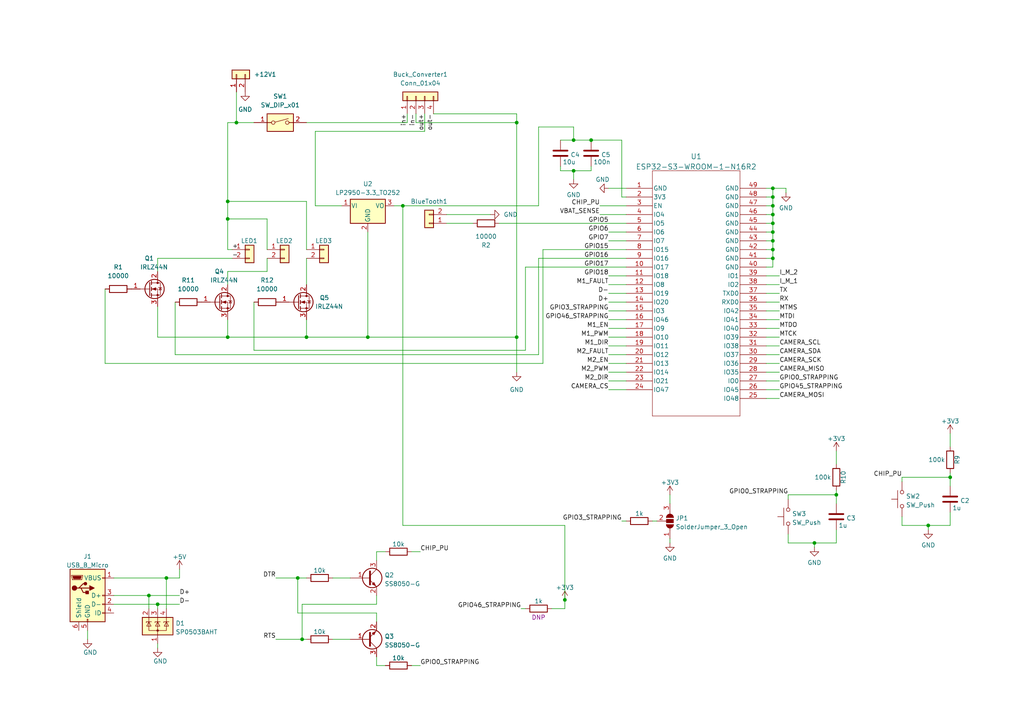
<source format=kicad_sch>
(kicad_sch (version 20230121) (generator eeschema)
  (paper "A4")
  (lib_symbols
    (symbol "Connector:USB_B_Micro" (pin_names (offset 1.016))
      (property "Reference" "J" (at -5.08 11.43 0))
      (property "Value" "USB_B_Micro" (at -5.08 8.89 0))
      (symbol "USB_B_Micro_0_1"
        (rectangle (start -5.08 -7.62) (end 5.08 7.62) (stroke (width 0.254)) (fill (type background)))
        (circle (center -3.81 2.159) (radius 0.635) (stroke (width 0.254)) (fill (type outline)))
        (circle (center -0.635 3.429) (radius 0.381) (stroke (width 0.254)) (fill (type outline)))
        (rectangle (start -0.127 -7.62) (end 0.127 -6.858))
        (polyline (pts (xy -1.905 2.159) (xy 0.635 2.159)) (stroke (width 0.254)))
        (polyline (pts (xy -3.175 2.159) (xy -2.54 2.159) (xy -1.27 3.429) (xy -0.635 3.429)) (stroke (width 0.254)))
        (polyline (pts (xy -2.54 2.159) (xy -1.905 2.159) (xy -1.27 0.889) (xy 0 0.889)) (stroke (width 0.254)))
        (polyline (pts (xy 0.635 2.794) (xy 0.635 1.524) (xy 1.905 2.159) (xy 0.635 2.794)) (stroke (width 0.254)) (fill (type outline)))
        (polyline (pts (xy -4.318 5.588) (xy -1.778 5.588) (xy -2.032 4.826) (xy -4.064 4.826) (xy -4.318 5.588)) (fill (type outline)))
        (polyline (pts (xy -4.699 5.842) (xy -4.699 5.588) (xy -4.445 4.826) (xy -4.445 4.572) (xy -1.651 4.572) (xy -1.651 4.826) (xy -1.397 5.588) (xy -1.397 5.842) (xy -4.699 5.842)))
        (rectangle (start 0.254 1.27) (end -0.508 0.508) (stroke (width 0.254)) (fill (type outline)))
        (rectangle (start 5.08 -5.207) (end 4.318 -4.953))
        (rectangle (start 5.08 -2.667) (end 4.318 -2.413))
        (rectangle (start 5.08 -0.127) (end 4.318 0.127))
        (rectangle (start 5.08 4.953) (end 4.318 5.207))
      )
      (symbol "USB_B_Micro_1_1"
        (pin power_out line (at 7.62 5.08 180) (length 2.54) (name "VBUS") (number "1"))
        (pin bidirectional line (at 7.62 -2.54 180) (length 2.54) (name "D-") (number "2"))
        (pin bidirectional line (at 7.62 0 180) (length 2.54) (name "D+") (number "3"))
        (pin passive line (at 7.62 -5.08 180) (length 2.54) (name "ID") (number "4"))
        (pin power_out line (at 0 -10.16 90) (length 2.54) (name "GND") (number "5"))
        (pin passive line (at -2.54 -10.16 90) (length 2.54) (name "Shield") (number "6"))
      )
    )
    (symbol "Connector_Generic:Conn_01x02" (pin_names (offset 1.016) hide)
      (property "Reference" "J" (at 0 2.54 0))
      (property "Value" "Conn_01x02" (at 0 -5.08 0))
      (symbol "Conn_01x02_1_1"
        (rectangle (start -1.27 -2.413) (end 0 -2.667) (stroke (width 0.1524)))
        (rectangle (start -1.27 0.127) (end 0 -0.127) (stroke (width 0.1524)))
        (rectangle (start -1.27 1.27) (end 1.27 -3.81) (stroke (width 0.254)) (fill (type background)))
        (pin passive line (at -5.08 0 0) (length 3.81) (name "Pin_1") (number "1"))
        (pin passive line (at -5.08 -2.54 0) (length 3.81) (name "Pin_2") (number "2"))
      )
    )
    (symbol "Connector_Generic:Conn_01x04" (pin_names (offset 1.016) hide)
      (property "Reference" "J" (at 0 5.08 0))
      (property "Value" "Conn_01x04" (at 0 -7.62 0))
      (symbol "Conn_01x04_1_1"
        (rectangle (start -1.27 -4.953) (end 0 -5.207) (stroke (width 0.1524)))
        (rectangle (start -1.27 -2.413) (end 0 -2.667) (stroke (width 0.1524)))
        (rectangle (start -1.27 0.127) (end 0 -0.127) (stroke (width 0.1524)))
        (rectangle (start -1.27 2.667) (end 0 2.413) (stroke (width 0.1524)))
        (rectangle (start -1.27 3.81) (end 1.27 -6.35) (stroke (width 0.254)) (fill (type background)))
        (pin passive line (at -5.08 2.54 0) (length 3.81) (name "Pin_1") (number "1"))
        (pin passive line (at -5.08 0 0) (length 3.81) (name "Pin_2") (number "2"))
        (pin passive line (at -5.08 -2.54 0) (length 3.81) (name "Pin_3") (number "3"))
        (pin passive line (at -5.08 -5.08 0) (length 3.81) (name "Pin_4") (number "4"))
      )
    )
    (symbol "Device:Q_NPN_BEC" (pin_names (offset 0) hide)
      (property "Reference" "Q" (at 5.08 1.27 0))
      (property "Value" "Q_NPN_BEC" (at 5.08 -1.27 0))
      (symbol "Q_NPN_BEC_0_1"
        (polyline (pts (xy 0.635 0.635) (xy 2.54 2.54)))
        (polyline (pts (xy 0.635 -0.635) (xy 2.54 -2.54) (xy 2.54 -2.54)))
        (polyline (pts (xy 0.635 1.905) (xy 0.635 -1.905) (xy 0.635 -1.905)) (stroke (width 0.508)))
        (polyline (pts (xy 1.27 -1.778) (xy 1.778 -1.27) (xy 2.286 -2.286) (xy 1.27 -1.778) (xy 1.27 -1.778)) (fill (type outline)))
        (circle (center 1.27 0) (radius 2.8194) (stroke (width 0.254)))
      )
      (symbol "Q_NPN_BEC_1_1"
        (pin input line (at -5.08 0 0) (length 5.715) (name "B") (number "1"))
        (pin passive line (at 2.54 -5.08 90) (length 2.54) (name "E") (number "2"))
        (pin passive line (at 2.54 5.08 270) (length 2.54) (name "C") (number "3"))
      )
    )
    (symbol "Device:R" (pin_numbers hide) (pin_names (offset 0))
      (property "Reference" "R" (at 2.032 0 90))
      (property "Value" "R" (at 0 0 90))
      (symbol "R_0_1"
        (rectangle (start -1.016 -2.54) (end 1.016 2.54) (stroke (width 0.254)))
      )
      (symbol "R_1_1"
        (pin passive line (at 0 3.81 270) (length 1.27) (name "~") (number "1"))
        (pin passive line (at 0 -3.81 90) (length 1.27) (name "~") (number "2"))
      )
    )
    (symbol "Jumper:SolderJumper_3_Open" (pin_names (offset 0) hide)
      (property "Reference" "JP" (at -2.54 -2.54 0))
      (property "Value" "SolderJumper_3_Open" (at 0 2.794 0))
      (symbol "SolderJumper_3_Open_0_1"
        (arc (start -1.016 1.016) (mid -2.0276 0) (end -1.016 -1.016))
        (arc (start -1.016 1.016) (mid -2.0276 0) (end -1.016 -1.016) (fill (type outline)))
        (rectangle (start -0.508 1.016) (end 0.508 -1.016) (fill (type outline)))
        (polyline (pts (xy -2.54 0) (xy -2.032 0)))
        (polyline (pts (xy -1.016 1.016) (xy -1.016 -1.016)))
        (polyline (pts (xy 0 -1.27) (xy 0 -1.016)))
        (polyline (pts (xy 1.016 1.016) (xy 1.016 -1.016)))
        (polyline (pts (xy 2.54 0) (xy 2.032 0)))
        (arc (start 1.016 -1.016) (mid 2.0276 0) (end 1.016 1.016))
        (arc (start 1.016 -1.016) (mid 2.0276 0) (end 1.016 1.016) (fill (type outline)))
      )
      (symbol "SolderJumper_3_Open_1_1"
        (pin passive line (at -5.08 0 0) (length 2.54) (name "A") (number "1"))
        (pin passive line (at 0 -3.81 90) (length 2.54) (name "C") (number "2"))
        (pin passive line (at 5.08 0 180) (length 2.54) (name "B") (number "3"))
      )
    )
    (symbol "Power_Protection:SP0503BAHT" (pin_names hide)
      (property "Reference" "D" (at 5.715 2.54 0))
      (property "Value" "SP0503BAHT" (at 5.715 0.635 0))
      (symbol "SP0503BAHT_0_0"
        (pin passive line (at 0 -5.08 90) (length 2.54) (name "A") (number "1"))
      )
      (symbol "SP0503BAHT_0_1"
        (rectangle (start -4.445 2.54) (end 4.445 -2.54) (stroke (width 0.254)) (fill (type background)))
        (circle (center 0 -1.27) (radius 0.254) (fill (type outline)))
        (polyline (pts (xy -2.54 2.54) (xy -2.54 1.27)))
        (polyline (pts (xy 0 -1.27) (xy 0 -2.54)))
        (polyline (pts (xy 0 -1.27) (xy 0 1.27)))
        (polyline (pts (xy 0 2.54) (xy 0 1.27)))
        (polyline (pts (xy 0.635 1.27) (xy 0.762 1.27)))
        (polyline (pts (xy 2.54 2.54) (xy 2.54 1.27)))
        (polyline (pts (xy 0.635 1.27) (xy -0.762 1.27) (xy -0.762 1.016)))
        (polyline (pts (xy -3.302 1.016) (xy -3.302 1.27) (xy -1.905 1.27) (xy -1.778 1.27)))
        (polyline (pts (xy -2.54 1.27) (xy -2.54 -1.27) (xy 2.54 -1.27) (xy 2.54 1.27)))
        (polyline (pts (xy -2.54 1.27) (xy -1.905 0) (xy -3.175 0) (xy -2.54 1.27)))
        (polyline (pts (xy 0.635 0) (xy -0.635 0) (xy 0 1.27) (xy 0.635 0)))
        (polyline (pts (xy 1.778 1.016) (xy 1.778 1.27) (xy 3.175 1.27) (xy 3.302 1.27)))
        (polyline (pts (xy 2.54 1.27) (xy 1.905 0) (xy 3.175 0) (xy 2.54 1.27)))
      )
      (symbol "SP0503BAHT_1_1"
        (pin passive line (at -2.54 5.08 270) (length 2.54) (name "K") (number "2"))
        (pin passive line (at 0 5.08 270) (length 2.54) (name "K") (number "3"))
        (pin passive line (at 2.54 5.08 270) (length 2.54) (name "K") (number "4"))
      )
    )
    (symbol "Regulator_Linear:LP2950-3.3_TO252" (pin_names (offset 0.254))
      (property "Reference" "U" (at -3.81 3.175 0))
      (property "Value" "LP2950-3.3_TO252" (at 0 3.175 0))
      (symbol "LP2950-3.3_TO252_0_1"
        (rectangle (start -5.08 1.905) (end 5.08 -5.08) (stroke (width 0.254)) (fill (type background)))
      )
      (symbol "LP2950-3.3_TO252_1_1"
        (pin power_in line (at -7.62 0 0) (length 2.54) (name "VI") (number "1"))
        (pin power_in line (at 0 -7.62 90) (length 2.54) (name "GND") (number "2"))
        (pin power_out line (at 7.62 0 180) (length 2.54) (name "VO") (number "3"))
      )
    )
    (symbol "Switch:SW_DIP_x01" (pin_names (offset 0) hide)
      (property "Reference" "SW" (at 0 3.81 0))
      (property "Value" "SW_DIP_x01" (at 0 -3.81 0))
      (symbol "SW_DIP_x01_0_0"
        (circle (center -2.032 0) (radius 0.508))
        (polyline (pts (xy -1.524 0.127) (xy 2.3622 1.1684)))
        (circle (center 2.032 0) (radius 0.508))
      )
      (symbol "SW_DIP_x01_0_1"
        (rectangle (start -3.81 2.54) (end 3.81 -2.54) (stroke (width 0.254)) (fill (type background)))
      )
      (symbol "SW_DIP_x01_1_1"
        (pin passive line (at -7.62 0 0) (length 5.08) (name "~") (number "1"))
        (pin passive line (at 7.62 0 180) (length 5.08) (name "~") (number "2"))
      )
    )
    (symbol "Switch:SW_Push" (pin_numbers hide) (pin_names (offset 1.016) hide)
      (property "Reference" "SW" (at 1.27 2.54 0))
      (property "Value" "SW_Push" (at 0 -1.524 0))
      (symbol "SW_Push_0_1"
        (circle (center -2.032 0) (radius 0.508))
        (polyline (pts (xy 0 1.27) (xy 0 3.048)))
        (polyline (pts (xy 2.54 1.27) (xy -2.54 1.27)))
        (circle (center 2.032 0) (radius 0.508))
        (pin passive line (at -5.08 0 0) (length 2.54) (name "1") (number "1"))
        (pin passive line (at 5.08 0 180) (length 2.54) (name "2") (number "2"))
      )
    )
    (symbol "Transistor_FET:IRLZ44N" (pin_names hide)
      (property "Reference" "Q" (at 5.08 1.905 0))
      (property "Value" "IRLZ44N" (at 5.08 0 0))
      (symbol "IRLZ44N_0_1"
        (polyline (pts (xy 0.254 0) (xy -2.54 0)))
        (polyline (pts (xy 0.254 1.905) (xy 0.254 -1.905)) (stroke (width 0.254)))
        (polyline (pts (xy 0.762 -1.27) (xy 0.762 -2.286)) (stroke (width 0.254)))
        (polyline (pts (xy 0.762 0.508) (xy 0.762 -0.508)) (stroke (width 0.254)))
        (polyline (pts (xy 0.762 2.286) (xy 0.762 1.27)) (stroke (width 0.254)))
        (polyline (pts (xy 2.54 2.54) (xy 2.54 1.778)))
        (polyline (pts (xy 2.54 -2.54) (xy 2.54 0) (xy 0.762 0)))
        (polyline (pts (xy 0.762 -1.778) (xy 3.302 -1.778) (xy 3.302 1.778) (xy 0.762 1.778)))
        (polyline (pts (xy 1.016 0) (xy 2.032 0.381) (xy 2.032 -0.381) (xy 1.016 0)) (fill (type outline)))
        (polyline (pts (xy 2.794 0.508) (xy 2.921 0.381) (xy 3.683 0.381) (xy 3.81 0.254)))
        (polyline (pts (xy 3.302 0.381) (xy 2.921 -0.254) (xy 3.683 -0.254) (xy 3.302 0.381)))
        (circle (center 1.651 0) (radius 2.794) (stroke (width 0.254)))
        (circle (center 2.54 -1.778) (radius 0.254) (fill (type outline)))
        (circle (center 2.54 1.778) (radius 0.254) (fill (type outline)))
      )
      (symbol "IRLZ44N_1_1"
        (pin input line (at -5.08 0 0) (length 2.54) (name "G") (number "1"))
        (pin passive line (at 2.54 5.08 270) (length 2.54) (name "D") (number "2"))
        (pin passive line (at 2.54 -5.08 90) (length 2.54) (name "S") (number "3"))
      )
    )
    (symbol "basic:C" (pin_numbers hide) (pin_names (offset 0.254))
      (property "Reference" "C" (at 0.635 2.54 0))
      (symbol "C_0_1"
        (polyline (pts (xy -2.032 -0.762) (xy 2.032 -0.762)) (stroke (width 0.508)))
        (polyline (pts (xy -2.032 0.762) (xy 2.032 0.762)) (stroke (width 0.508)))
      )
      (symbol "C_1_1"
        (pin passive line (at 0 3.81 270) (length 2.794) (name "~") (number "1"))
        (pin passive line (at 0 -3.81 90) (length 2.794) (name "~") (number "2"))
      )
    )
    (symbol "basic:R" (pin_numbers hide) (pin_names (offset 0))
      (property "Value" "R" (at 0 0 90))
      (symbol "R_0_1"
        (rectangle (start -1.016 -2.54) (end 1.016 2.54) (stroke (width 0.254)))
      )
      (symbol "R_1_1"
        (pin passive line (at 0 3.81 270) (length 1.27) (name "~") (number "1"))
        (pin passive line (at 0 -3.81 90) (length 1.27) (name "~") (number "2"))
      )
    )
    (symbol "local_symbols:ESP32-S3-WROOM-1-N16R2" (pin_names (offset 0.254))
      (property "Reference" "U" (at 20.32 10.16 0))
      (property "Value" "ESP32-S3-WROOM-1-N16R2" (at 20.32 7.62 0))
      (symbol "ESP32-S3-WROOM-1-N16R2_0_1"
        (polyline (pts (xy 7.62 -66.04) (xy 33.02 -66.04)) (stroke (width 0.127)))
        (polyline (pts (xy 7.62 5.08) (xy 7.62 -66.04)) (stroke (width 0.127)))
        (polyline (pts (xy 33.02 -66.04) (xy 33.02 5.08)) (stroke (width 0.127)))
        (polyline (pts (xy 33.02 5.08) (xy 7.62 5.08)) (stroke (width 0.127)))
        (pin power_out line (at 0 0 0) (length 7.62) (name "GND") (number "1"))
        (pin bidirectional line (at 0 -22.86 0) (length 7.62) (name "IO17") (number "10"))
        (pin bidirectional line (at 0 -25.4 0) (length 7.62) (name "IO18") (number "11"))
        (pin bidirectional line (at 0 -27.94 0) (length 7.62) (name "IO8") (number "12"))
        (pin bidirectional line (at 0 -30.48 0) (length 7.62) (name "IO19") (number "13"))
        (pin bidirectional line (at 0 -33.02 0) (length 7.62) (name "IO20") (number "14"))
        (pin bidirectional line (at 0 -35.56 0) (length 7.62) (name "IO3") (number "15"))
        (pin bidirectional line (at 0 -38.1 0) (length 7.62) (name "IO46") (number "16"))
        (pin bidirectional line (at 0 -40.64 0) (length 7.62) (name "IO9") (number "17"))
        (pin bidirectional line (at 0 -43.18 0) (length 7.62) (name "IO10") (number "18"))
        (pin bidirectional line (at 0 -45.72 0) (length 7.62) (name "IO11") (number "19"))
        (pin power_in line (at 0 -2.54 0) (length 7.62) (name "3V3") (number "2"))
        (pin bidirectional line (at 0 -48.26 0) (length 7.62) (name "IO12") (number "20"))
        (pin bidirectional line (at 0 -50.8 0) (length 7.62) (name "IO13") (number "21"))
        (pin bidirectional line (at 0 -53.34 0) (length 7.62) (name "IO14") (number "22"))
        (pin bidirectional line (at 0 -55.88 0) (length 7.62) (name "IO21") (number "23"))
        (pin bidirectional line (at 0 -58.42 0) (length 7.62) (name "IO47") (number "24"))
        (pin bidirectional line (at 40.64 -60.96 180) (length 7.62) (name "IO48") (number "25"))
        (pin bidirectional line (at 40.64 -58.42 180) (length 7.62) (name "IO45") (number "26"))
        (pin bidirectional line (at 40.64 -55.88 180) (length 7.62) (name "IO0") (number "27"))
        (pin bidirectional line (at 40.64 -53.34 180) (length 7.62) (name "IO35") (number "28"))
        (pin bidirectional line (at 40.64 -50.8 180) (length 7.62) (name "IO36") (number "29"))
        (pin input line (at 0 -5.08 0) (length 7.62) (name "EN") (number "3"))
        (pin bidirectional line (at 40.64 -48.26 180) (length 7.62) (name "IO37") (number "30"))
        (pin bidirectional line (at 40.64 -45.72 180) (length 7.62) (name "IO38") (number "31"))
        (pin bidirectional line (at 40.64 -43.18 180) (length 7.62) (name "IO39") (number "32"))
        (pin bidirectional line (at 40.64 -40.64 180) (length 7.62) (name "IO40") (number "33"))
        (pin bidirectional line (at 40.64 -38.1 180) (length 7.62) (name "IO41") (number "34"))
        (pin bidirectional line (at 40.64 -35.56 180) (length 7.62) (name "IO42") (number "35"))
        (pin bidirectional line (at 40.64 -33.02 180) (length 7.62) (name "RXD0") (number "36"))
        (pin bidirectional line (at 40.64 -30.48 180) (length 7.62) (name "TXD0") (number "37"))
        (pin bidirectional line (at 40.64 -27.94 180) (length 7.62) (name "IO2") (number "38"))
        (pin bidirectional line (at 40.64 -25.4 180) (length 7.62) (name "IO1") (number "39"))
        (pin bidirectional line (at 0 -7.62 0) (length 7.62) (name "IO4") (number "4"))
        (pin power_out line (at 40.64 -22.86 180) (length 7.62) (name "GND") (number "40"))
        (pin power_out line (at 40.64 -20.32 180) (length 7.62) (name "GND") (number "41"))
        (pin power_out line (at 40.64 -17.78 180) (length 7.62) (name "GND") (number "42"))
        (pin power_out line (at 40.64 -15.24 180) (length 7.62) (name "GND") (number "43"))
        (pin power_out line (at 40.64 -12.7 180) (length 7.62) (name "GND") (number "44"))
        (pin power_out line (at 40.64 -10.16 180) (length 7.62) (name "GND") (number "45"))
        (pin power_out line (at 40.64 -7.62 180) (length 7.62) (name "GND") (number "46"))
        (pin power_out line (at 40.64 -5.08 180) (length 7.62) (name "GND") (number "47"))
        (pin power_out line (at 40.64 -2.54 180) (length 7.62) (name "GND") (number "48"))
        (pin power_out line (at 40.64 0 180) (length 7.62) (name "GND") (number "49"))
        (pin bidirectional line (at 0 -10.16 0) (length 7.62) (name "IO5") (number "5"))
        (pin bidirectional line (at 0 -12.7 0) (length 7.62) (name "IO6") (number "6"))
        (pin bidirectional line (at 0 -15.24 0) (length 7.62) (name "IO7") (number "7"))
        (pin bidirectional line (at 0 -17.78 0) (length 7.62) (name "IO15") (number "8"))
        (pin bidirectional line (at 0 -20.32 0) (length 7.62) (name "IO16") (number "9"))
      )
    )
    (symbol "power:+3V3" (power) (pin_names (offset 0))
      (property "Value" "+3V3" (at 0 3.556 0))
      (symbol "+3V3_0_1"
        (polyline (pts (xy -0.762 1.27) (xy 0 2.54)))
        (polyline (pts (xy 0 0) (xy 0 2.54)))
        (polyline (pts (xy 0 2.54) (xy 0.762 1.27)))
      )
      (symbol "+3V3_1_1"
        (pin power_in line (at 0 0 90) (length 0) hide (name "+3V3") (number "1"))
      )
    )
    (symbol "power:+5V" (power) (pin_names (offset 0))
      (property "Value" "+5V" (at 0 3.556 0))
      (symbol "+5V_0_1"
        (polyline (pts (xy -0.762 1.27) (xy 0 2.54)))
        (polyline (pts (xy 0 0) (xy 0 2.54)))
        (polyline (pts (xy 0 2.54) (xy 0.762 1.27)))
      )
      (symbol "+5V_1_1"
        (pin power_in line (at 0 0 90) (length 0) hide (name "+5V") (number "1"))
      )
    )
    (symbol "power:GND" (power) (pin_names (offset 0))
      (property "Value" "GND" (at 0 -3.81 0))
      (symbol "GND_0_1"
        (polyline (pts (xy 0 0) (xy 0 -1.27) (xy 1.27 -1.27) (xy 0 -2.54) (xy -1.27 -1.27) (xy 0 -1.27)))
      )
      (symbol "GND_1_1"
        (pin power_in line (at 0 0 270) (length 0) hide (name "GND") (number "1"))
      )
    )
  )
  (junction (at 106.68 97.79))
  (junction (at 48.26 167.64))
  (junction (at 68.58 35.56))
  (junction (at 149.86 35.56))
  (junction (at 116.84 59.69))
  (junction (at 224.155 57.15))
  (junction (at 275.59 138.43))
  (junction (at 88.9 97.79))
  (junction (at 242.57 143.51))
  (junction (at 224.155 72.39))
  (junction (at 66.04 58.42))
  (junction (at 171.45 40.64))
  (junction (at 224.155 54.61))
  (junction (at 45.72 175.26))
  (junction (at 224.155 74.93))
  (junction (at 166.37 40.64))
  (junction (at 166.37 49.53))
  (junction (at 66.04 63.5))
  (junction (at 224.155 67.31))
  (junction (at 149.86 97.79))
  (junction (at 86.36 167.64))
  (junction (at 87.63 185.42))
  (junction (at 224.155 64.77))
  (junction (at 269.24 152.4))
  (junction (at 66.04 97.79))
  (junction (at 43.18 172.72))
  (junction (at 224.155 62.23))
  (junction (at 163.83 173.99))
  (junction (at 236.22 157.48))
  (junction (at 224.155 59.69))
  (junction (at 224.155 69.85))
  (wire (pts (xy 163.83 173.99) (xy 163.83 152.4)))
  (wire (pts (xy 222.25 97.79) (xy 226.06 97.79)))
  (wire (pts (xy 176.53 107.95) (xy 181.61 107.95)))
  (wire (pts (xy 106.68 97.79) (xy 149.86 97.79)))
  (wire (pts (xy 222.25 95.25) (xy 226.06 95.25)))
  (wire (pts (xy 25.4 182.88) (xy 25.4 185.42)))
  (wire (pts (xy 45.72 175.26) (xy 45.72 176.53)))
  (wire (pts (xy 176.53 102.87) (xy 181.61 102.87)))
  (wire (pts (xy 224.155 67.31) (xy 224.155 64.77)))
  (wire (pts (xy 162.56 48.26) (xy 162.56 49.53)))
  (wire (pts (xy 222.25 100.33) (xy 226.06 100.33)))
  (wire (pts (xy 106.68 67.31) (xy 106.68 97.79)))
  (wire (pts (xy 242.57 143.51) (xy 242.57 146.05)))
  (wire (pts (xy 261.62 138.43) (xy 275.59 138.43)))
  (wire (pts (xy 163.83 152.4) (xy 116.84 152.4)))
  (wire (pts (xy 224.155 74.93) (xy 224.155 72.39)))
  (wire (pts (xy 88.9 58.42) (xy 66.04 58.42)))
  (wire (pts (xy 33.02 175.26) (xy 45.72 175.26)))
  (wire (pts (xy 228.6 144.78) (xy 228.6 143.51)))
  (wire (pts (xy 149.86 107.95) (xy 149.86 97.79)))
  (wire (pts (xy 66.04 63.5) (xy 66.04 72.39)))
  (wire (pts (xy 261.62 149.86) (xy 261.62 152.4)))
  (wire (pts (xy 222.25 59.69) (xy 224.155 59.69)))
  (wire (pts (xy 73.66 101.6) (xy 152.4 101.6)))
  (wire (pts (xy 137.16 64.77) (xy 129.54 64.77)))
  (wire (pts (xy 33.02 167.64) (xy 48.26 167.64)))
  (wire (pts (xy 242.57 157.48) (xy 236.22 157.48)))
  (wire (pts (xy 222.25 64.77) (xy 224.155 64.77)))
  (wire (pts (xy 129.54 62.23) (xy 142.24 62.23)))
  (wire (pts (xy 45.72 74.93) (xy 67.31 74.93)))
  (wire (pts (xy 236.22 157.48) (xy 236.22 158.75)))
  (wire (pts (xy 88.9 35.56) (xy 118.11 35.56)))
  (wire (pts (xy 66.04 58.42) (xy 66.04 63.5)))
  (wire (pts (xy 109.22 175.26) (xy 87.63 175.26)))
  (wire (pts (xy 224.155 54.61) (xy 224.155 57.15)))
  (wire (pts (xy 50.8 102.87) (xy 156.21 102.87)))
  (wire (pts (xy 171.45 40.64) (xy 166.37 40.64)))
  (wire (pts (xy 77.47 72.39) (xy 77.47 63.5)))
  (wire (pts (xy 152.4 77.47) (xy 181.61 77.47)))
  (wire (pts (xy 91.44 38.1) (xy 123.19 38.1)))
  (wire (pts (xy 120.65 33.02) (xy 120.65 35.56)))
  (wire (pts (xy 118.11 33.02) (xy 118.11 35.56)))
  (wire (pts (xy 176.53 113.03) (xy 181.61 113.03)))
  (wire (pts (xy 275.59 125.73) (xy 275.59 129.54)))
  (wire (pts (xy 222.25 69.85) (xy 224.155 69.85)))
  (wire (pts (xy 80.01 167.64) (xy 86.36 167.64)))
  (wire (pts (xy 157.48 105.41) (xy 157.48 72.39)))
  (wire (pts (xy 166.37 49.53) (xy 171.45 49.53)))
  (wire (pts (xy 152.4 101.6) (xy 152.4 77.47)))
  (wire (pts (xy 66.04 82.55) (xy 66.04 78.74)))
  (wire (pts (xy 45.72 78.74) (xy 45.72 74.93)))
  (wire (pts (xy 151.13 176.53) (xy 152.4 176.53)))
  (wire (pts (xy 176.53 105.41) (xy 181.61 105.41)))
  (wire (pts (xy 166.37 49.53) (xy 166.37 52.07)))
  (wire (pts (xy 109.22 177.8) (xy 86.36 177.8)))
  (wire (pts (xy 176.53 95.25) (xy 181.61 95.25)))
  (wire (pts (xy 176.53 110.49) (xy 181.61 110.49)))
  (wire (pts (xy 180.34 57.15) (xy 181.61 57.15)))
  (wire (pts (xy 33.02 172.72) (xy 43.18 172.72)))
  (wire (pts (xy 176.53 90.17) (xy 181.61 90.17)))
  (wire (pts (xy 222.25 105.41) (xy 226.06 105.41)))
  (wire (pts (xy 66.04 92.71) (xy 66.04 97.79)))
  (wire (pts (xy 87.63 175.26) (xy 87.63 185.42)))
  (wire (pts (xy 144.78 64.77) (xy 181.61 64.77)))
  (wire (pts (xy 45.72 186.69) (xy 45.72 187.96)))
  (wire (pts (xy 86.36 167.64) (xy 88.9 167.64)))
  (wire (pts (xy 222.25 102.87) (xy 226.06 102.87)))
  (wire (pts (xy 222.25 54.61) (xy 224.155 54.61)))
  (wire (pts (xy 176.53 82.55) (xy 181.61 82.55)))
  (wire (pts (xy 156.21 102.87) (xy 156.21 74.93)))
  (wire (pts (xy 242.57 153.67) (xy 242.57 157.48)))
  (wire (pts (xy 114.3 59.69) (xy 116.84 59.69)))
  (wire (pts (xy 189.23 151.13) (xy 190.5 151.13)))
  (wire (pts (xy 224.155 57.15) (xy 222.25 57.15)))
  (wire (pts (xy 80.01 185.42) (xy 87.63 185.42)))
  (wire (pts (xy 176.53 97.79) (xy 181.61 97.79)))
  (wire (pts (xy 173.99 59.69) (xy 181.61 59.69)))
  (wire (pts (xy 156.21 36.83) (xy 166.37 36.83)))
  (wire (pts (xy 119.38 160.02) (xy 121.92 160.02)))
  (wire (pts (xy 228.6 143.51) (xy 242.57 143.51)))
  (wire (pts (xy 48.26 167.64) (xy 52.07 167.64)))
  (wire (pts (xy 222.25 110.49) (xy 226.06 110.49)))
  (wire (pts (xy 48.26 167.64) (xy 48.26 176.53)))
  (wire (pts (xy 66.04 35.56) (xy 68.58 35.56)))
  (wire (pts (xy 222.25 82.55) (xy 226.06 82.55)))
  (wire (pts (xy 73.66 87.63) (xy 73.66 101.6)))
  (wire (pts (xy 162.56 49.53) (xy 166.37 49.53)))
  (wire (pts (xy 86.36 177.8) (xy 86.36 167.64)))
  (wire (pts (xy 166.37 36.83) (xy 166.37 40.64)))
  (wire (pts (xy 66.04 72.39) (xy 67.31 72.39)))
  (wire (pts (xy 88.9 97.79) (xy 106.68 97.79)))
  (wire (pts (xy 194.31 156.21) (xy 194.31 157.48)))
  (wire (pts (xy 45.72 88.9) (xy 45.72 97.79)))
  (wire (pts (xy 275.59 152.4) (xy 269.24 152.4)))
  (wire (pts (xy 176.53 67.31) (xy 181.61 67.31)))
  (wire (pts (xy 224.155 62.23) (xy 224.155 59.69)))
  (wire (pts (xy 228.6 157.48) (xy 236.22 157.48)))
  (wire (pts (xy 224.155 54.61) (xy 227.965 54.61)))
  (wire (pts (xy 66.04 35.56) (xy 66.04 58.42)))
  (wire (pts (xy 176.53 80.01) (xy 181.61 80.01)))
  (wire (pts (xy 68.58 26.67) (xy 68.58 35.56)))
  (wire (pts (xy 269.24 152.4) (xy 269.24 153.67)))
  (wire (pts (xy 222.25 87.63) (xy 226.06 87.63)))
  (wire (pts (xy 91.44 59.69) (xy 99.06 59.69)))
  (wire (pts (xy 116.84 59.69) (xy 156.21 59.69)))
  (wire (pts (xy 43.18 172.72) (xy 52.07 172.72)))
  (wire (pts (xy 77.47 63.5) (xy 66.04 63.5)))
  (wire (pts (xy 222.25 74.93) (xy 224.155 74.93)))
  (wire (pts (xy 45.72 97.79) (xy 66.04 97.79)))
  (wire (pts (xy 194.31 143.51) (xy 194.31 146.05)))
  (wire (pts (xy 261.62 139.7) (xy 261.62 138.43)))
  (wire (pts (xy 275.59 148.59) (xy 275.59 152.4)))
  (wire (pts (xy 173.99 62.23) (xy 181.61 62.23)))
  (wire (pts (xy 149.86 33.02) (xy 149.86 35.56)))
  (wire (pts (xy 120.65 35.56) (xy 149.86 35.56)))
  (wire (pts (xy 224.155 64.77) (xy 224.155 62.23)))
  (wire (pts (xy 156.21 74.93) (xy 181.61 74.93)))
  (wire (pts (xy 227.965 55.88) (xy 227.965 54.61)))
  (wire (pts (xy 43.18 172.72) (xy 43.18 176.53)))
  (wire (pts (xy 30.48 83.82) (xy 30.48 105.41)))
  (wire (pts (xy 96.52 167.64) (xy 101.6 167.64)))
  (wire (pts (xy 222.25 85.09) (xy 226.06 85.09)))
  (wire (pts (xy 66.04 97.79) (xy 88.9 97.79)))
  (wire (pts (xy 96.52 185.42) (xy 101.6 185.42)))
  (wire (pts (xy 45.72 175.26) (xy 52.07 175.26)))
  (wire (pts (xy 222.25 67.31) (xy 224.155 67.31)))
  (wire (pts (xy 261.62 152.4) (xy 269.24 152.4)))
  (wire (pts (xy 171.45 48.26) (xy 171.45 49.53)))
  (wire (pts (xy 88.9 72.39) (xy 88.9 58.42)))
  (wire (pts (xy 88.9 74.93) (xy 88.9 82.55)))
  (wire (pts (xy 224.155 69.85) (xy 224.155 67.31)))
  (wire (pts (xy 91.44 38.1) (xy 91.44 59.69)))
  (wire (pts (xy 87.63 185.42) (xy 88.9 185.42)))
  (wire (pts (xy 222.25 77.47) (xy 224.155 77.47)))
  (wire (pts (xy 242.57 142.24) (xy 242.57 143.51)))
  (wire (pts (xy 222.25 80.01) (xy 226.06 80.01)))
  (wire (pts (xy 275.59 138.43) (xy 275.59 140.97)))
  (wire (pts (xy 224.155 72.39) (xy 224.155 69.85)))
  (wire (pts (xy 68.58 35.56) (xy 73.66 35.56)))
  (wire (pts (xy 176.53 85.09) (xy 181.61 85.09)))
  (wire (pts (xy 125.73 33.02) (xy 149.86 33.02)))
  (wire (pts (xy 109.22 193.04) (xy 111.76 193.04)))
  (wire (pts (xy 224.155 77.47) (xy 224.155 74.93)))
  (wire (pts (xy 52.07 165.1) (xy 52.07 167.64)))
  (wire (pts (xy 222.25 113.03) (xy 226.06 113.03)))
  (wire (pts (xy 180.34 40.64) (xy 180.34 57.15)))
  (wire (pts (xy 123.19 33.02) (xy 123.19 38.1)))
  (wire (pts (xy 166.37 40.64) (xy 162.56 40.64)))
  (wire (pts (xy 228.6 154.94) (xy 228.6 157.48)))
  (wire (pts (xy 222.25 62.23) (xy 224.155 62.23)))
  (wire (pts (xy 109.22 190.5) (xy 109.22 193.04)))
  (wire (pts (xy 176.53 54.61) (xy 181.61 54.61)))
  (wire (pts (xy 171.45 40.64) (xy 180.34 40.64)))
  (wire (pts (xy 222.25 72.39) (xy 224.155 72.39)))
  (wire (pts (xy 222.25 90.17) (xy 226.06 90.17)))
  (wire (pts (xy 66.04 78.74) (xy 77.47 78.74)))
  (wire (pts (xy 176.53 87.63) (xy 181.61 87.63)))
  (wire (pts (xy 157.48 72.39) (xy 181.61 72.39)))
  (wire (pts (xy 176.53 100.33) (xy 181.61 100.33)))
  (wire (pts (xy 30.48 105.41) (xy 157.48 105.41)))
  (wire (pts (xy 50.8 87.63) (xy 50.8 102.87)))
  (wire (pts (xy 176.53 69.85) (xy 181.61 69.85)))
  (wire (pts (xy 88.9 92.71) (xy 88.9 97.79)))
  (wire (pts (xy 156.21 59.69) (xy 156.21 36.83)))
  (wire (pts (xy 149.86 35.56) (xy 149.86 97.79)))
  (wire (pts (xy 163.83 173.99) (xy 163.83 176.53)))
  (wire (pts (xy 160.02 176.53) (xy 163.83 176.53)))
  (wire (pts (xy 222.25 92.71) (xy 226.06 92.71)))
  (wire (pts (xy 77.47 78.74) (xy 77.47 74.93)))
  (wire (pts (xy 222.25 107.95) (xy 226.06 107.95)))
  (wire (pts (xy 176.53 92.71) (xy 181.61 92.71)))
  (wire (pts (xy 275.59 137.16) (xy 275.59 138.43)))
  (wire (pts (xy 222.25 115.57) (xy 226.06 115.57)))
  (wire (pts (xy 116.84 152.4) (xy 116.84 59.69)))
  (wire (pts (xy 109.22 180.34) (xy 109.22 177.8)))
  (wire (pts (xy 109.22 160.02) (xy 109.22 162.56)))
  (wire (pts (xy 224.155 59.69) (xy 224.155 57.15)))
  (wire (pts (xy 242.57 130.81) (xy 242.57 134.62)))
  (wire (pts (xy 111.76 160.02) (xy 109.22 160.02)))
  (wire (pts (xy 180.34 151.13) (xy 181.61 151.13)))
  (wire (pts (xy 109.22 172.72) (xy 109.22 175.26)))
  (wire (pts (xy 119.38 193.04) (xy 121.92 193.04)))
  (label "I_M_2" (at 226.06 80.01 0))
  (label "GPIO15" (at 176.53 72.39 180))
  (label "CAMERA_SDA" (at 226.06 102.87 0))
  (label "DTR" (at 80.01 167.64 180))
  (label "I_M_1" (at 226.06 82.55 0))
  (label "MTCK" (at 226.06 97.79 0))
  (label "GPIO0_STRAPPING" (at 121.92 193.04 0))
  (label "+" (at 67.31 72.39 0))
  (label "GPIO18" (at 176.53 80.01 180))
  (label "out+" (at 123.19 33.02 270))
  (label "VBAT_SENSE" (at 173.99 62.23 180))
  (label "GPIO46_STRAPPING" (at 176.53 92.71 180))
  (label "out-" (at 125.73 33.02 270))
  (label "-" (at 67.31 74.93 0))
  (label "M1_EN" (at 176.53 95.25 180))
  (label "GPIO45_STRAPPING" (at 226.06 113.03 0))
  (label "GPIO16" (at 176.53 74.93 180))
  (label "TX" (at 226.06 85.09 0))
  (label "GPIO3_STRAPPING" (at 180.34 151.13 180))
  (label "in-" (at 120.65 33.02 270))
  (label "CAMERA_SCL" (at 226.06 100.33 0))
  (label "RX" (at 226.06 87.63 0))
  (label "GPIO46_STRAPPING" (at 151.13 176.53 180))
  (label "CHIP_PU" (at 173.99 59.69 180))
  (label "GPIO17" (at 176.53 77.47 180))
  (label "D+" (at 176.53 87.63 180))
  (label "M1_FAULT" (at 176.53 82.55 180))
  (label "GPIO5" (at 176.53 64.77 180))
  (label "CAMERA_MISO" (at 226.06 107.95 0))
  (label "M2_DIR" (at 176.53 110.49 180))
  (label "MTMS" (at 226.06 90.17 0))
  (label "M1_PWM" (at 176.53 97.79 180))
  (label "RTS" (at 80.01 185.42 180))
  (label "MTDO" (at 226.06 95.25 0))
  (label "GPIO0_STRAPPING" (at 228.6 143.51 180))
  (label "M2_FAULT" (at 176.53 102.87 180))
  (label "D-" (at 52.07 175.26 0))
  (label "GPIO3_STRAPPING" (at 176.53 90.17 180))
  (label "CAMERA_MOSI" (at 226.06 115.57 0))
  (label "M2_PWM" (at 176.53 107.95 180))
  (label "GPIO0_STRAPPING" (at 226.06 110.49 0))
  (label "D-" (at 176.53 85.09 180))
  (label "M1_DIR" (at 176.53 100.33 180))
  (label "CHIP_PU" (at 261.62 138.43 180))
  (label "in+" (at 118.11 33.02 270))
  (label "CAMERA_SCK" (at 226.06 105.41 0))
  (label "CHIP_PU" (at 121.92 160.02 0))
  (label "GPIO6" (at 176.53 67.31 180))
  (label "M2_EN" (at 176.53 105.41 180))
  (label "MTDI" (at 226.06 92.71 0))
  (label "CAMERA_CS" (at 176.53 113.03 180))
  (label "D+" (at 52.07 172.72 0))
  (label "GPIO7" (at 176.53 69.85 180))
  (symbol (lib_id "basic:C") (at 275.59 144.78 0) (unit 1)
    (property "Reference" "C2" (at 278.511 145.2138 0) (effects (justify left)))
    (property "Value" "1u" (at 276.225 147.32 0) (effects (justify left)))
    (property "Footprint" "Capacitor_SMD:C_0805_2012Metric" (effects hide))
  )
  (symbol (lib_id "power:GND") (at 166.37 52.07 0) (unit 1)
    (property "Reference" "#PWR013" (effects hide))
    (property "Value" "GND" (at 166.37 56.5134 0))
  )
  (symbol (lib_id "basic:R") (at 156.21 176.53 90) (unit 1)
    (property "Reference" "R3" (effects hide))
    (property "Value" "1k" (at 156.21 174.3512 90))
    (property "Footprint" "Resistor_SMD:R_0805_2012Metric" (effects hide))
    (property "Note" "DNP" (at 156.21 179.07 90))
  )
  (symbol (lib_id "power:GND") (at 149.86 107.95 0) (unit 1)
    (property "Reference" "#PWR016" (effects hide))
    (property "Value" "GND" (at 149.86 113.03 0))
  )
  (symbol (lib_id "Connector_Generic:Conn_01x02") (at 72.39 72.39 0) (unit 1)
    (property "Reference" "LED1" (at 69.85 69.85 0) (effects (justify left)))
    (property "Value" "Conn_01x02" (effects hide))
    (property "Footprint" "Connector_Molex:Molex_KK-254_AE-6410-02A_1x02_P2.54mm_Vertical" (effects hide))
  )
  (symbol (lib_id "Device:R") (at 34.29 83.82 90) (unit 1)
    (property "Reference" "R1" (at 34.29 77.47 90))
    (property "Value" "10000" (at 34.29 80.01 90))
    (property "Footprint" "Resistor_SMD:R_0805_2012Metric_Pad1.20x1.40mm_HandSolder" (effects hide))
  )
  (symbol (lib_id "Connector_Generic:Conn_01x02") (at 68.58 21.59 90) (unit 1)
    (property "Reference" "+12V1" (at 73.66 21.59 90) (effects (justify right)))
    (property "Value" "Conn_01x02" (effects hide))
    (property "Footprint" "Connector_Molex:Molex_KK-254_AE-6410-02A_1x02_P2.54mm_Vertical" (effects hide))
  )
  (symbol (lib_id "Jumper:SolderJumper_3_Open") (at 194.31 151.13 270) (mirror x) (unit 1)
    (property "Reference" "JP1" (at 195.961 150.2953 90) (effects (justify left)))
    (property "Value" "SolderJumper_3_Open" (at 195.961 152.8322 90) (effects (justify left)))
    (property "Footprint" "Jumper:SolderJumper-3_P2.0mm_Open_TrianglePad1.0x1.5mm" (effects hide))
  )
  (symbol (lib_id "Connector:USB_B_Micro") (at 25.4 172.72 0) (unit 1)
    (property "Reference" "J1" (at 25.4 161.4002 0))
    (property "Value" "USB_B_Micro" (at 25.4 163.9371 0))
    (property "Footprint" "Connector_USB:USB_Micro-B_Amphenol_10118194_Horizontal" (effects hide))
  )
  (symbol (lib_id "basic:R") (at 115.57 193.04 90) (unit 1)
    (property "Reference" "R8" (effects hide))
    (property "Value" "10k" (at 115.57 190.8612 90))
    (property "Footprint" "Resistor_SMD:R_0805_2012Metric" (effects hide))
  )
  (symbol (lib_id "Connector_Generic:Conn_01x02") (at 82.55 72.39 0) (unit 1)
    (property "Reference" "LED2" (at 80.01 69.85 0) (effects (justify left)))
    (property "Value" "Conn_01x02" (effects hide))
    (property "Footprint" "Connector_Molex:Molex_KK-254_AE-6410-02A_1x02_P2.54mm_Vertical" (effects hide))
  )
  (symbol (lib_id "Transistor_FET:IRLZ44N") (at 43.18 83.82 0) (unit 1)
    (property "Reference" "Q1" (at 41.91 74.93 0) (effects (justify left)))
    (property "Value" "IRLZ44N" (at 40.64 77.47 0) (effects (justify left)))
    (property "Footprint" "IRL:PG-TO220-3_INF" (effects hide))
    (property "Datasheet" "http://www.irf.com/product-info/datasheets/data/irlz44n.pdf" (effects hide))
  )
  (symbol (lib_id "basic:C") (at 162.56 44.45 0) (unit 1)
    (property "Reference" "C4" (at 165.481 44.8838 0) (effects (justify left)))
    (property "Value" "10u" (at 163.195 46.99 0) (effects (justify left)))
    (property "Footprint" "Capacitor_SMD:C_0805_2012Metric" (effects hide))
  )
  (symbol (lib_id "basic:R") (at 242.57 138.43 0) (unit 1)
    (property "Reference" "R10" (at 244.602 138.43 90))
    (property "Value" "100k" (at 236.22 138.43 0) (effects (justify left)))
    (property "Footprint" "Resistor_SMD:R_0805_2012Metric" (effects hide))
  )
  (symbol (lib_id "basic:R") (at 92.71 167.64 90) (unit 1)
    (property "Reference" "R4" (effects hide))
    (property "Value" "10k" (at 92.71 165.4612 90))
    (property "Footprint" "Resistor_SMD:R_0805_2012Metric" (effects hide))
  )
  (symbol (lib_id "power:GND") (at 194.31 157.48 0) (unit 1)
    (property "Reference" "#PWR07" (effects hide))
    (property "Value" "GND" (at 194.31 161.9234 0))
  )
  (symbol (lib_id "Switch:SW_Push") (at 261.62 144.78 90) (unit 1)
    (property "Reference" "SW2" (at 262.763 143.9453 90) (effects (justify right)))
    (property "Value" "SW_Push" (at 262.763 146.4822 90) (effects (justify right)))
    (property "Footprint" "Button_Switch_SMD:SW_SPST_B3S-1000" (effects hide))
    (property "Datasheet" "https://www.digikey.com/en/products/detail/omron-electronics-inc-emc-div/B3S-1000/20686" (effects hide))
  )
  (symbol (lib_id "Switch:SW_DIP_x01") (at 81.28 35.56 0) (unit 1)
    (property "Reference" "SW1" (at 81.28 27.94 0))
    (property "Value" "SW_DIP_x01" (at 81.28 30.48 0))
    (property "Footprint" "Button_Switch_THT:SW_DIP_SPSTx01_Slide_9.78x4.72mm_W7.62mm_P2.54mm" (effects hide))
  )
  (symbol (lib_id "power:GND") (at 25.4 185.42 0) (unit 1)
    (property "Reference" "#PWR02" (effects hide))
    (property "Value" "GND" (at 24.13 189.23 0) (effects (justify left)))
  )
  (symbol (lib_id "Connector_Generic:Conn_01x02") (at 124.46 64.77 180) (unit 1)
    (property "Reference" "BlueTooth1" (at 124.46 58.42 0))
    (property "Value" "LED" (effects hide))
    (property "Footprint" "Connector_Molex:Molex_KK-254_AE-6410-02A_1x02_P2.54mm_Vertical" (effects hide))
  )
  (symbol (lib_id "Connector_Generic:Conn_01x04") (at 120.65 27.94 90) (unit 1)
    (property "Reference" "Buck_Converter1" (at 121.92 21.59 90))
    (property "Value" "Conn_01x04" (at 121.92 24.13 90))
    (property "Footprint" "Connector_Molex:Molex_KK-254_AE-6410-04A_1x04_P2.54mm_Vertical" (effects hide))
  )
  (symbol (lib_id "basic:R") (at 185.42 151.13 90) (unit 1)
    (property "Reference" "R6" (effects hide))
    (property "Value" "1k" (at 185.42 148.9512 90))
    (property "Footprint" "Resistor_SMD:R_0805_2012Metric" (effects hide))
  )
  (symbol (lib_id "local_symbols:ESP32-S3-WROOM-1-N16R2") (at 181.61 54.61 0) (unit 1)
    (property "Reference" "U1" (at 201.93 45.3824 0) (effects (font (size 1.524 1.524))))
    (property "Value" "ESP32-S3-WROOM-1-N16R2" (at 201.93 48.3758 0) (effects (font (size 1.524 1.524))))
    (property "Footprint" "Jason's esp32:ESP32-S3-WROOM-1_EXP" (effects hide))
    (property "Datasheet" "ESP32-S3-WROOM-1-N16R2" (effects hide))
  )
  (symbol (lib_id "basic:R") (at 115.57 160.02 90) (unit 1)
    (property "Reference" "R7" (effects hide))
    (property "Value" "10k" (at 115.57 157.8412 90))
    (property "Footprint" "Resistor_SMD:R_0805_2012Metric" (effects hide))
  )
  (symbol (lib_id "Transistor_FET:IRLZ44N") (at 63.5 87.63 0) (unit 1)
    (property "Reference" "Q4" (at 62.23 78.74 0) (effects (justify left)))
    (property "Value" "IRLZ44N" (at 60.96 81.28 0) (effects (justify left)))
    (property "Footprint" "IRL:PG-TO220-3_INF" (effects hide))
    (property "Datasheet" "http://www.irf.com/product-info/datasheets/data/irlz44n.pdf" (effects hide))
  )
  (symbol (lib_id "Switch:SW_Push") (at 228.6 149.86 90) (unit 1)
    (property "Reference" "SW3" (at 229.743 149.0253 90) (effects (justify right)))
    (property "Value" "SW_Push" (at 229.743 151.5622 90) (effects (justify right)))
    (property "Footprint" "Button_Switch_SMD:SW_SPST_B3S-1000" (effects hide))
    (property "Datasheet" "https://www.digikey.com/en/products/detail/omron-electronics-inc-emc-div/B3S-1000/20686" (effects hide))
  )
  (symbol (lib_id "Device:R") (at 54.61 87.63 90) (unit 1)
    (property "Reference" "R11" (at 54.61 81.28 90))
    (property "Value" "10000" (at 54.61 83.82 90))
    (property "Footprint" "Resistor_SMD:R_0805_2012Metric_Pad1.20x1.40mm_HandSolder" (effects hide))
  )
  (symbol (lib_id "power:GND") (at 176.53 54.61 270) (unit 1)
    (property "Reference" "#PWR014" (effects hide))
    (property "Value" "GND" (at 172.72 52.07 90) (effects (justify left)))
  )
  (symbol (lib_id "power:+3V3") (at 275.59 125.73 0) (unit 1)
    (property "Reference" "#PWR010" (effects hide))
    (property "Value" "+3V3" (at 275.59 122.1542 0))
  )
  (symbol (lib_id "basic:R") (at 92.71 185.42 90) (unit 1)
    (property "Reference" "R5" (effects hide))
    (property "Value" "10k" (at 92.71 183.2412 90))
    (property "Footprint" "Resistor_SMD:R_0805_2012Metric" (effects hide))
  )
  (symbol (lib_id "power:+5V") (at 52.07 165.1 0) (unit 1)
    (property "Reference" "#PWR018" (effects hide))
    (property "Value" "+5V" (at 52.07 161.5242 0))
  )
  (symbol (lib_id "power:GND") (at 45.72 187.96 0) (unit 1)
    (property "Reference" "#PWR017" (effects hide))
    (property "Value" "GND" (at 44.45 191.77 0) (effects (justify left)))
  )
  (symbol (lib_id "power:GND") (at 269.24 153.67 0) (unit 1)
    (property "Reference" "#PWR08" (effects hide))
    (property "Value" "GND" (at 269.24 158.1134 0))
  )
  (symbol (lib_id "basic:C") (at 242.57 149.86 0) (unit 1)
    (property "Reference" "C3" (at 245.491 150.2938 0) (effects (justify left)))
    (property "Value" "1u" (at 243.205 152.4 0) (effects (justify left)))
    (property "Footprint" "Capacitor_SMD:C_0805_2012Metric" (effects hide))
  )
  (symbol (lib_id "power:GND") (at 236.22 158.75 0) (unit 1)
    (property "Reference" "#PWR09" (effects hide))
    (property "Value" "GND" (at 236.22 163.1934 0))
  )
  (symbol (lib_id "basic:R") (at 275.59 133.35 0) (unit 1)
    (property "Reference" "R9" (at 277.622 133.35 90))
    (property "Value" "100k" (at 269.24 133.35 0) (effects (justify left)))
    (property "Footprint" "Resistor_SMD:R_0805_2012Metric" (effects hide))
  )
  (symbol (lib_id "Power_Protection:SP0503BAHT") (at 45.72 181.61 0) (unit 1)
    (property "Reference" "D1" (at 50.927 180.7753 0) (effects (justify left)))
    (property "Value" "SP0503BAHT" (at 50.927 183.3122 0) (effects (justify left)))
    (property "Footprint" "Package_TO_SOT_SMD:SOT-143" (effects hide))
    (property "Datasheet" "http://www.littelfuse.com/~/media/files/littelfuse/technical%20resources/documents/data%20sheets/sp05xxba.pdf" (effects hide))
  )
  (symbol (lib_id "Regulator_Linear:LP2950-3.3_TO252") (at 106.68 59.69 0) (unit 1)
    (property "Reference" "U2" (at 106.68 53.34 0))
    (property "Value" "LP2950-3.3_TO252" (at 106.68 55.88 0))
    (property "Footprint" "LP2950:LP3_TEX" (effects hide))
    (property "Datasheet" "http://www.ti.com/lit/ds/symlink/lp2950.pdf" (effects hide))
  )
  (symbol (lib_id "power:GND") (at 227.965 55.88 0) (unit 1)
    (property "Reference" "#PWR015" (effects hide))
    (property "Value" "GND" (at 227.965 60.3234 0))
  )
  (symbol (lib_id "power:+3V3") (at 194.31 143.51 0) (unit 1)
    (property "Reference" "#PWR06" (effects hide))
    (property "Value" "+3V3" (at 194.31 139.9342 0))
  )
  (symbol (lib_id "basic:C") (at 171.45 44.45 0) (unit 1)
    (property "Reference" "C5" (at 174.371 44.8838 0) (effects (justify left)))
    (property "Value" "100n" (at 172.085 46.99 0) (effects (justify left)))
    (property "Footprint" "Capacitor_SMD:C_0805_2012Metric" (effects hide))
  )
  (symbol (lib_id "Device:Q_NPN_BEC") (at 106.68 167.64 0) (unit 1)
    (property "Reference" "Q2" (at 111.5314 166.8053 0) (effects (justify left)))
    (property "Value" "SS8050-G" (at 111.5314 169.3422 0) (effects (justify left)))
    (property "Footprint" "Package_TO_SOT_SMD:SOT-23" (effects hide))
  )
  (symbol (lib_id "Device:R") (at 140.97 64.77 270) (unit 1)
    (property "Reference" "R2" (at 140.97 71.12 90))
    (property "Value" "10000" (at 140.97 68.58 90))
    (property "Footprint" "Resistor_SMD:R_0805_2012Metric_Pad1.20x1.40mm_HandSolder" (effects hide))
  )
  (symbol (lib_id "power:+3V3") (at 242.57 130.81 0) (unit 1)
    (property "Reference" "#PWR011" (effects hide))
    (property "Value" "+3V3" (at 242.57 127.2342 0))
  )
  (symbol (lib_id "power:GND") (at 71.12 26.67 0) (unit 1)
    (property "Reference" "#PWR01" (effects hide))
    (property "Value" "GND" (at 71.12 31.75 0))
  )
  (symbol (lib_id "Transistor_FET:IRLZ44N") (at 86.36 87.63 0) (unit 1)
    (property "Reference" "Q5" (at 92.71 86.36 0) (effects (justify left)))
    (property "Value" "IRLZ44N" (at 91.44 88.9 0) (effects (justify left)))
    (property "Footprint" "IRL:PG-TO220-3_INF" (effects hide))
    (property "Datasheet" "http://www.irf.com/product-info/datasheets/data/irlz44n.pdf" (effects hide))
  )
  (symbol (lib_id "Device:Q_NPN_BEC") (at 106.68 185.42 0) (mirror x) (unit 1)
    (property "Reference" "Q3" (at 111.5314 184.5853 0) (effects (justify left)))
    (property "Value" "SS8050-G" (at 111.5314 187.1222 0) (effects (justify left)))
    (property "Footprint" "Package_TO_SOT_SMD:SOT-23" (effects hide))
  )
  (symbol (lib_id "Device:R") (at 77.47 87.63 90) (unit 1)
    (property "Reference" "R12" (at 77.47 81.28 90))
    (property "Value" "10000" (at 77.47 83.82 90))
    (property "Footprint" "Resistor_SMD:R_0805_2012Metric_Pad1.20x1.40mm_HandSolder" (effects hide))
  )
  (symbol (lib_id "power:+3V3") (at 163.83 173.99 0) (unit 1)
    (property "Reference" "#PWR04" (effects hide))
    (property "Value" "+3V3" (at 163.83 170.4142 0))
  )
  (symbol (lib_id "Connector_Generic:Conn_01x02") (at 93.98 72.39 0) (unit 1)
    (property "Reference" "LED3" (at 91.44 69.85 0) (effects (justify left)))
    (property "Value" "Conn_01x02" (effects hide))
    (property "Footprint" "Connector_Molex:Molex_KK-254_AE-6410-02A_1x02_P2.54mm_Vertical" (effects hide))
  )
  (symbol (lib_id "power:GND") (at 142.24 62.23 90) (unit 1)
    (property "Reference" "#PWR05" (effects hide))
    (property "Value" "GND" (at 146.05 62.23 90) (effects (justify right)))
  )
)
</source>
